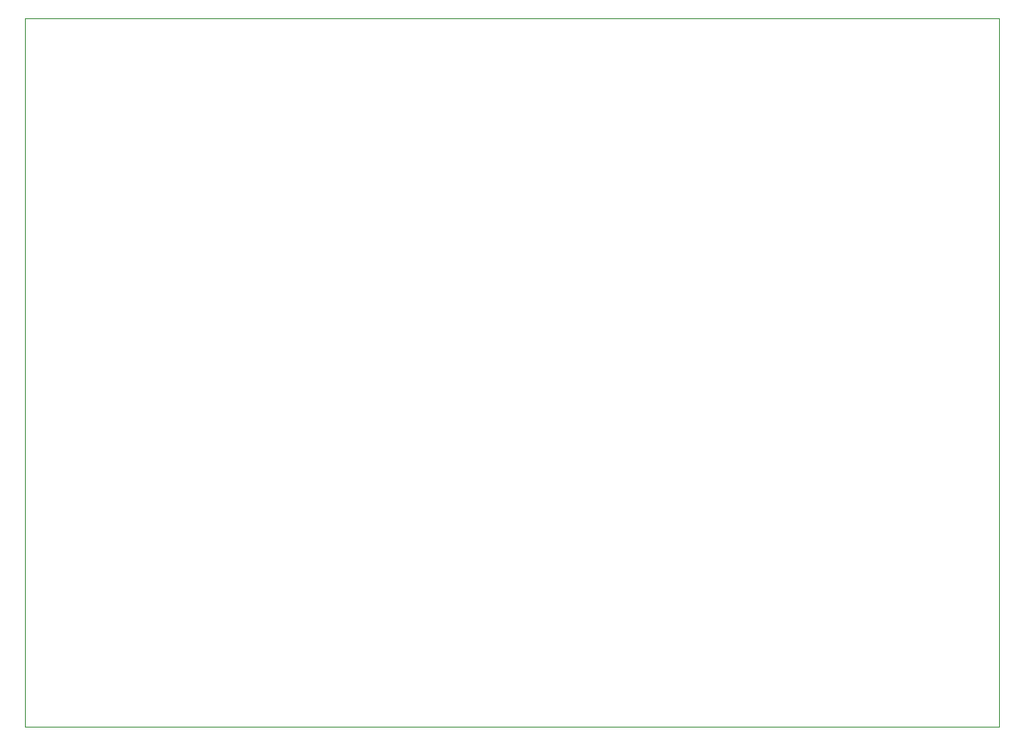
<source format=gbr>
%TF.GenerationSoftware,KiCad,Pcbnew,(6.0.8)*%
%TF.CreationDate,2023-04-21T14:35:49+02:00*%
%TF.ProjectId,Thermometer_IR_v2,54686572-6d6f-46d6-9574-65725f49525f,rev?*%
%TF.SameCoordinates,Original*%
%TF.FileFunction,Profile,NP*%
%FSLAX46Y46*%
G04 Gerber Fmt 4.6, Leading zero omitted, Abs format (unit mm)*
G04 Created by KiCad (PCBNEW (6.0.8)) date 2023-04-21 14:35:49*
%MOMM*%
%LPD*%
G01*
G04 APERTURE LIST*
%TA.AperFunction,Profile*%
%ADD10C,0.100000*%
%TD*%
G04 APERTURE END LIST*
D10*
X113000000Y-46880000D02*
X212140000Y-46880000D01*
X212140000Y-46880000D02*
X212140000Y-119044600D01*
X212140000Y-119044600D02*
X113000000Y-119044600D01*
X113000000Y-119044600D02*
X113000000Y-46880000D01*
M02*

</source>
